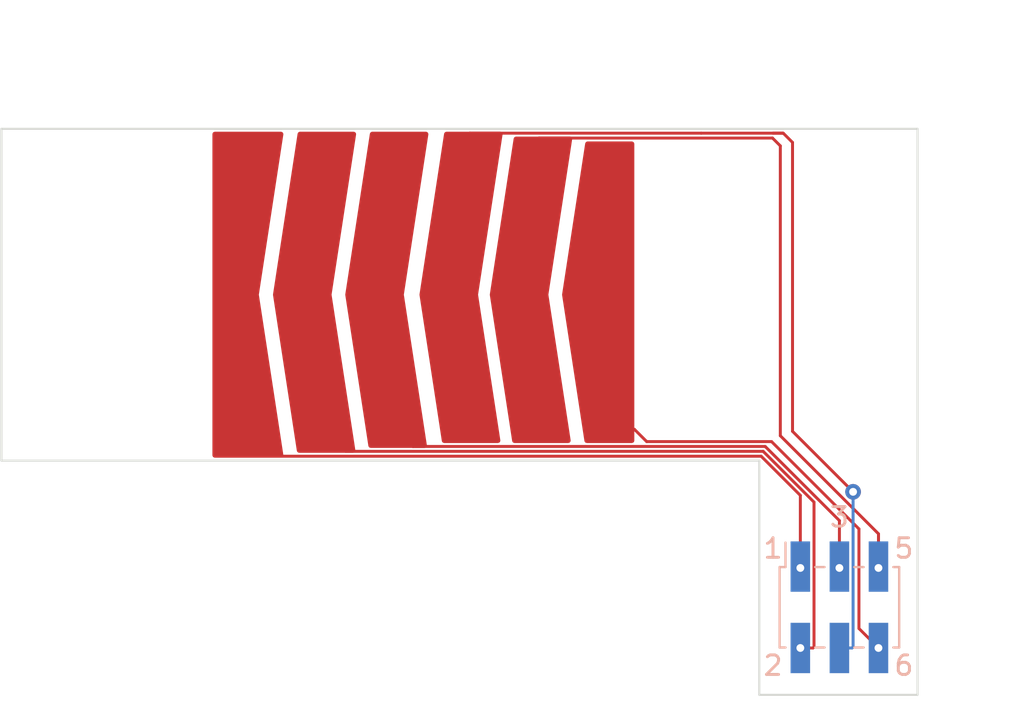
<source format=kicad_pcb>
(kicad_pcb (version 20171130) (host pcbnew "(5.1.5)-3")

  (general
    (thickness 0.28)
    (drawings 13)
    (tracks 56)
    (zones 0)
    (modules 7)
    (nets 7)
  )

  (page A4)
  (layers
    (0 F.Cu signal)
    (31 B.Cu signal)
    (32 B.Adhes user hide)
    (33 F.Adhes user hide)
    (34 B.Paste user hide)
    (35 F.Paste user hide)
    (36 B.SilkS user)
    (37 F.SilkS user)
    (38 B.Mask user hide)
    (39 F.Mask user hide)
    (40 Dwgs.User user)
    (41 Cmts.User user hide)
    (42 Eco1.User user hide)
    (43 Eco2.User user hide)
    (44 Edge.Cuts user)
    (45 Margin user hide)
    (46 B.CrtYd user hide)
    (47 F.CrtYd user hide)
    (48 B.Fab user hide)
    (49 F.Fab user hide)
  )

  (setup
    (last_trace_width 0.25)
    (trace_clearance 0.1)
    (zone_clearance 0.1)
    (zone_45_only no)
    (trace_min 0.2)
    (via_size 0.8)
    (via_drill 0.4)
    (via_min_size 0.4)
    (via_min_drill 0.3)
    (uvia_size 0.3)
    (uvia_drill 0.1)
    (uvias_allowed no)
    (uvia_min_size 0.2)
    (uvia_min_drill 0.1)
    (edge_width 0.1)
    (segment_width 0.2)
    (pcb_text_width 0.3)
    (pcb_text_size 1.5 1.5)
    (mod_edge_width 0.15)
    (mod_text_size 1 1)
    (mod_text_width 0.15)
    (pad_size 1.05 0.95)
    (pad_drill 0)
    (pad_to_mask_clearance 0)
    (aux_axis_origin 0 0)
    (visible_elements 7FFFFFFF)
    (pcbplotparams
      (layerselection 0x010fc_ffffffff)
      (usegerberextensions false)
      (usegerberattributes false)
      (usegerberadvancedattributes false)
      (creategerberjobfile false)
      (excludeedgelayer true)
      (linewidth 0.100000)
      (plotframeref false)
      (viasonmask false)
      (mode 1)
      (useauxorigin false)
      (hpglpennumber 1)
      (hpglpenspeed 20)
      (hpglpendiameter 15.000000)
      (psnegative false)
      (psa4output false)
      (plotreference true)
      (plotvalue true)
      (plotinvisibletext false)
      (padsonsilk false)
      (subtractmaskfromsilk false)
      (outputformat 1)
      (mirror false)
      (drillshape 0)
      (scaleselection 1)
      (outputdirectory "../ExportFiles/Flex_SpeedControl/"))
  )

  (net 0 "")
  (net 1 "Net-(J1-Pad1)")
  (net 2 "Net-(J1-Pad2)")
  (net 3 "Net-(J1-Pad3)")
  (net 4 "Net-(J1-Pad4)")
  (net 5 "Net-(J1-Pad5)")
  (net 6 "Net-(J1-Pad6)")

  (net_class Default "This is the default net class."
    (clearance 0.1)
    (trace_width 0.25)
    (via_dia 0.8)
    (via_drill 0.4)
    (uvia_dia 0.3)
    (uvia_drill 0.1)
    (add_net "Net-(J1-Pad1)")
    (add_net "Net-(J1-Pad2)")
    (add_net "Net-(J1-Pad3)")
    (add_net "Net-(J1-Pad4)")
    (add_net "Net-(J1-Pad5)")
    (add_net "Net-(J1-Pad6)")
  )

  (module SamacSys_Parts:TestPoint_Pad_D1.0mm_noSilks (layer F.Cu) (tedit 5E4959B7) (tstamp 5E4410E1)
    (at 92.5 119.4)
    (descr "SMD pad as test Point, diameter 1.0mm")
    (tags "test point SMD pad")
    (path /5E444E52)
    (attr virtual)
    (fp_text reference TP6 (at 0 -1.448) (layer F.SilkS) hide
      (effects (font (size 1 1) (thickness 0.15)))
    )
    (fp_text value TestPoint (at 0 1.55) (layer F.Fab)
      (effects (font (size 1 1) (thickness 0.15)))
    )
    (fp_circle (center 0 0) (end 1 0) (layer F.CrtYd) (width 0.05))
    (fp_text user %R (at 0 -1.45) (layer F.Fab)
      (effects (font (size 1 1) (thickness 0.15)))
    )
    (pad 1 smd circle (at 0 0) (size 1 1) (layers F.Cu F.Mask)
      (net 1 "Net-(J1-Pad1)"))
  )

  (module SamacSys_Parts:TestPoint_Pad_D1.0mm_noSilks (layer F.Cu) (tedit 5E4959B7) (tstamp 5E4410D9)
    (at 96.2 119.4)
    (descr "SMD pad as test Point, diameter 1.0mm")
    (tags "test point SMD pad")
    (path /5E4449A4)
    (attr virtual)
    (fp_text reference TP5 (at 0 -1.448) (layer F.SilkS) hide
      (effects (font (size 1 1) (thickness 0.15)))
    )
    (fp_text value TestPoint (at 0 1.55) (layer F.Fab)
      (effects (font (size 1 1) (thickness 0.15)))
    )
    (fp_circle (center 0 0) (end 1 0) (layer F.CrtYd) (width 0.05))
    (fp_text user %R (at 0 -1.45) (layer F.Fab)
      (effects (font (size 1 1) (thickness 0.15)))
    )
    (pad 1 smd circle (at 0 0) (size 1 1) (layers F.Cu F.Mask)
      (net 2 "Net-(J1-Pad2)"))
  )

  (module SamacSys_Parts:TestPoint_Pad_D1.0mm_noSilks (layer F.Cu) (tedit 5E4959B7) (tstamp 5E4410D1)
    (at 99.9 119.4)
    (descr "SMD pad as test Point, diameter 1.0mm")
    (tags "test point SMD pad")
    (path /5E444365)
    (attr virtual)
    (fp_text reference TP4 (at 0 -1.448) (layer F.SilkS) hide
      (effects (font (size 1 1) (thickness 0.15)))
    )
    (fp_text value TestPoint (at 0 1.55) (layer F.Fab)
      (effects (font (size 1 1) (thickness 0.15)))
    )
    (fp_circle (center 0 0) (end 1 0) (layer F.CrtYd) (width 0.05))
    (fp_text user %R (at 0 -1.45) (layer F.Fab)
      (effects (font (size 1 1) (thickness 0.15)))
    )
    (pad 1 smd circle (at 0 0) (size 1 1) (layers F.Cu F.Mask)
      (net 3 "Net-(J1-Pad3)"))
  )

  (module SamacSys_Parts:TestPoint_Pad_D1.0mm_noSilks (layer F.Cu) (tedit 5E4959B7) (tstamp 5E4410C9)
    (at 103.7 119.4)
    (descr "SMD pad as test Point, diameter 1.0mm")
    (tags "test point SMD pad")
    (path /5E4437C2)
    (attr virtual)
    (fp_text reference TP3 (at 0 -1.448) (layer F.SilkS) hide
      (effects (font (size 1 1) (thickness 0.15)))
    )
    (fp_text value TestPoint (at 0 1.55) (layer F.Fab)
      (effects (font (size 1 1) (thickness 0.15)))
    )
    (fp_circle (center 0 0) (end 1 0) (layer F.CrtYd) (width 0.05))
    (fp_text user %R (at 0 -1.45) (layer F.Fab)
      (effects (font (size 1 1) (thickness 0.15)))
    )
    (pad 1 smd circle (at 0 0) (size 1 1) (layers F.Cu F.Mask)
      (net 4 "Net-(J1-Pad4)"))
  )

  (module SamacSys_Parts:TestPoint_Pad_D1.0mm_noSilks (layer F.Cu) (tedit 5E4959B7) (tstamp 5E4410C1)
    (at 107.3 119.4)
    (descr "SMD pad as test Point, diameter 1.0mm")
    (tags "test point SMD pad")
    (path /5E44263A)
    (attr virtual)
    (fp_text reference TP2 (at 0 -1.448) (layer F.SilkS) hide
      (effects (font (size 1 1) (thickness 0.15)))
    )
    (fp_text value TestPoint (at 0 1.55) (layer F.Fab)
      (effects (font (size 1 1) (thickness 0.15)))
    )
    (fp_circle (center 0 0) (end 1 0) (layer F.CrtYd) (width 0.05))
    (fp_text user %R (at 0 -1.45) (layer F.Fab)
      (effects (font (size 1 1) (thickness 0.15)))
    )
    (pad 1 smd circle (at 0 0) (size 1 1) (layers F.Cu F.Mask)
      (net 5 "Net-(J1-Pad5)"))
  )

  (module SamacSys_Parts:TestPoint_Pad_D1.0mm_noSilks (layer F.Cu) (tedit 5E4959B7) (tstamp 5E4410B9)
    (at 110.7 119.4)
    (descr "SMD pad as test Point, diameter 1.0mm")
    (tags "test point SMD pad")
    (path /5E44174B)
    (attr virtual)
    (fp_text reference TP1 (at 0 -1.448) (layer F.SilkS) hide
      (effects (font (size 1 1) (thickness 0.15)))
    )
    (fp_text value TestPoint (at 0 1.55) (layer F.Fab)
      (effects (font (size 1 1) (thickness 0.15)))
    )
    (fp_circle (center 0 0) (end 1 0) (layer F.CrtYd) (width 0.05))
    (fp_text user %R (at 0 -1.45) (layer F.Fab)
      (effects (font (size 1 1) (thickness 0.15)))
    )
    (pad 1 smd circle (at 0 0) (size 1 1) (layers F.Cu F.Mask)
      (net 6 "Net-(J1-Pad6)"))
  )

  (module Connector_PinHeader_2.00mm:PinHeader_2x03_P2.00mm_Vertical_SMD (layer B.Cu) (tedit 5E44026B) (tstamp 5E4412E0)
    (at 121.9 128.515 270)
    (descr "surface-mounted straight pin header, 2x03, 2.00mm pitch, double rows")
    (tags "Surface mounted pin header SMD 2x03 2.00mm double row")
    (path /5E440AE6)
    (attr smd)
    (fp_text reference J1 (at -4.915 0) (layer B.SilkS) hide
      (effects (font (size 1 1) (thickness 0.15)) (justify mirror))
    )
    (fp_text value Conn_01x06 (at 0 -4.06 270) (layer B.Fab)
      (effects (font (size 1 1) (thickness 0.15)) (justify mirror))
    )
    (fp_line (start 2 -3) (end -2 -3) (layer B.Fab) (width 0.1))
    (fp_line (start -1.25 3) (end 2 3) (layer B.Fab) (width 0.1))
    (fp_line (start -2 -3) (end -2 2.25) (layer B.Fab) (width 0.1))
    (fp_line (start -2 2.25) (end -1.25 3) (layer B.Fab) (width 0.1))
    (fp_line (start 2 3) (end 2 -3) (layer B.Fab) (width 0.1))
    (fp_line (start -2 2.25) (end -2.875 2.25) (layer B.Fab) (width 0.1))
    (fp_line (start -2.875 2.25) (end -2.875 1.75) (layer B.Fab) (width 0.1))
    (fp_line (start -2.875 1.75) (end -2 1.75) (layer B.Fab) (width 0.1))
    (fp_line (start 2 2.25) (end 2.875 2.25) (layer B.Fab) (width 0.1))
    (fp_line (start 2.875 2.25) (end 2.875 1.75) (layer B.Fab) (width 0.1))
    (fp_line (start 2.875 1.75) (end 2 1.75) (layer B.Fab) (width 0.1))
    (fp_line (start -2 0.25) (end -2.875 0.25) (layer B.Fab) (width 0.1))
    (fp_line (start -2.875 0.25) (end -2.875 -0.25) (layer B.Fab) (width 0.1))
    (fp_line (start -2.875 -0.25) (end -2 -0.25) (layer B.Fab) (width 0.1))
    (fp_line (start 2 0.25) (end 2.875 0.25) (layer B.Fab) (width 0.1))
    (fp_line (start 2.875 0.25) (end 2.875 -0.25) (layer B.Fab) (width 0.1))
    (fp_line (start 2.875 -0.25) (end 2 -0.25) (layer B.Fab) (width 0.1))
    (fp_line (start -2 -1.75) (end -2.875 -1.75) (layer B.Fab) (width 0.1))
    (fp_line (start -2.875 -1.75) (end -2.875 -2.25) (layer B.Fab) (width 0.1))
    (fp_line (start -2.875 -2.25) (end -2 -2.25) (layer B.Fab) (width 0.1))
    (fp_line (start 2 -1.75) (end 2.875 -1.75) (layer B.Fab) (width 0.1))
    (fp_line (start 2.875 -1.75) (end 2.875 -2.25) (layer B.Fab) (width 0.1))
    (fp_line (start 2.875 -2.25) (end 2 -2.25) (layer B.Fab) (width 0.1))
    (fp_line (start -2.06 3.06) (end 2.06 3.06) (layer B.SilkS) (width 0.12))
    (fp_line (start -2.06 -3.06) (end 2.06 -3.06) (layer B.SilkS) (width 0.12))
    (fp_line (start -3.315 2.76) (end -2.06 2.76) (layer B.SilkS) (width 0.12))
    (fp_line (start -2.06 3.06) (end -2.06 2.76) (layer B.SilkS) (width 0.12))
    (fp_line (start 2.06 3.06) (end 2.06 2.76) (layer B.SilkS) (width 0.12))
    (fp_line (start -2.06 -2.76) (end -2.06 -3.06) (layer B.SilkS) (width 0.12))
    (fp_line (start 2.06 -2.76) (end 2.06 -3.06) (layer B.SilkS) (width 0.12))
    (fp_line (start -2.06 1.24) (end -2.06 0.76) (layer B.SilkS) (width 0.12))
    (fp_line (start 2.06 1.24) (end 2.06 0.76) (layer B.SilkS) (width 0.12))
    (fp_line (start -2.06 -0.76) (end -2.06 -1.24) (layer B.SilkS) (width 0.12))
    (fp_line (start 2.06 -0.76) (end 2.06 -1.24) (layer B.SilkS) (width 0.12))
    (fp_line (start -4.9 3.5) (end -4.9 -3.5) (layer B.CrtYd) (width 0.05))
    (fp_line (start -4.9 -3.5) (end 4.9 -3.5) (layer B.CrtYd) (width 0.05))
    (fp_line (start 4.9 -3.5) (end 4.9 3.5) (layer B.CrtYd) (width 0.05))
    (fp_line (start 4.9 3.5) (end -4.9 3.5) (layer B.CrtYd) (width 0.05))
    (fp_text user %R (at 0 0) (layer B.Fab)
      (effects (font (size 1 1) (thickness 0.15)) (justify mirror))
    )
    (pad 1 smd rect (at -2.085 2 270) (size 2.58 1) (layers B.Cu B.Paste B.Mask)
      (net 1 "Net-(J1-Pad1)"))
    (pad 2 smd rect (at 2.085 2 270) (size 2.58 1) (layers B.Cu B.Paste B.Mask)
      (net 2 "Net-(J1-Pad2)"))
    (pad 3 smd rect (at -2.085 0 270) (size 2.58 1) (layers B.Cu B.Paste B.Mask)
      (net 3 "Net-(J1-Pad3)"))
    (pad 4 smd rect (at 2.085 0 270) (size 2.58 1) (layers B.Cu B.Paste B.Mask)
      (net 4 "Net-(J1-Pad4)"))
    (pad 5 smd rect (at -2.085 -2 270) (size 2.58 1) (layers B.Cu B.Paste B.Mask)
      (net 5 "Net-(J1-Pad5)"))
    (pad 6 smd rect (at 2.085 -2 270) (size 2.58 1) (layers B.Cu B.Paste B.Mask)
      (net 6 "Net-(J1-Pad6)"))
  )

  (dimension 46.9 (width 0.15) (layer Dwgs.User)
    (gr_text "46.900 mm" (at 102.45 98.1) (layer Dwgs.User)
      (effects (font (size 1 1) (thickness 0.15)))
    )
    (feature1 (pts (xy 79 104) (xy 79 98.813579)))
    (feature2 (pts (xy 125.9 104) (xy 125.9 98.813579)))
    (crossbar (pts (xy 125.9 99.4) (xy 79 99.4)))
    (arrow1a (pts (xy 79 99.4) (xy 80.126504 98.813579)))
    (arrow1b (pts (xy 79 99.4) (xy 80.126504 99.986421)))
    (arrow2a (pts (xy 125.9 99.4) (xy 124.773496 98.813579)))
    (arrow2b (pts (xy 125.9 99.4) (xy 124.773496 99.986421)))
  )
  (dimension 29 (width 0.15) (layer Dwgs.User)
    (gr_text "29.000 mm" (at 130 118.5 270) (layer Dwgs.User)
      (effects (font (size 1 1) (thickness 0.15)))
    )
    (feature1 (pts (xy 125.9 133) (xy 129.286421 133)))
    (feature2 (pts (xy 125.9 104) (xy 129.286421 104)))
    (crossbar (pts (xy 128.7 104) (xy 128.7 133)))
    (arrow1a (pts (xy 128.7 133) (xy 128.113579 131.873496)))
    (arrow1b (pts (xy 128.7 133) (xy 129.286421 131.873496)))
    (arrow2a (pts (xy 128.7 104) (xy 128.113579 105.126504)))
    (arrow2b (pts (xy 128.7 104) (xy 129.286421 105.126504)))
  )
  (gr_text 6 (at 125.2 131.5) (layer B.SilkS)
    (effects (font (size 1 1) (thickness 0.15)))
  )
  (gr_text 5 (at 125.2 125.5) (layer B.SilkS)
    (effects (font (size 1 1) (thickness 0.15)))
  )
  (gr_text 3 (at 121.9 123.9) (layer B.SilkS)
    (effects (font (size 1 1) (thickness 0.15)))
  )
  (gr_text 2 (at 118.5 131.5) (layer B.SilkS)
    (effects (font (size 1 1) (thickness 0.15)))
  )
  (gr_text 1 (at 118.5 125.5) (layer B.SilkS)
    (effects (font (size 1 1) (thickness 0.15)))
  )
  (gr_line (start 79 121) (end 117.8 121) (layer Edge.Cuts) (width 0.1) (tstamp 5E4412D3))
  (gr_line (start 79 104) (end 79 121) (layer Edge.Cuts) (width 0.1) (tstamp 5E4412D2))
  (gr_line (start 125.9 133) (end 117.8 133) (layer Edge.Cuts) (width 0.1) (tstamp 5E4412D1))
  (gr_line (start 79 104) (end 125.9 104) (layer Edge.Cuts) (width 0.1) (tstamp 5E4412D0))
  (gr_line (start 125.9 104) (end 125.9 133) (layer Edge.Cuts) (width 0.1) (tstamp 5E4412CF))
  (gr_line (start 117.8 133) (end 117.8 121) (layer Edge.Cuts) (width 0.1) (tstamp 5E4412CE))

  (via (at 119.9 126.5) (size 0.8) (drill 0.4) (layers F.Cu B.Cu) (net 1))
  (segment (start 119.9 125.934315) (end 119.9 126.5) (width 0.15) (layer F.Cu) (net 1))
  (segment (start 92.5 119.4) (end 92.5 120.107106) (width 0.15) (layer F.Cu) (net 1))
  (segment (start 92.5 120.107106) (end 93.167884 120.77499) (width 0.15) (layer F.Cu) (net 1))
  (segment (start 117.893202 120.77499) (end 119.9 122.781788) (width 0.15) (layer F.Cu) (net 1))
  (segment (start 93.167884 120.77499) (end 117.893202 120.77499) (width 0.15) (layer F.Cu) (net 1))
  (segment (start 119.9 122.781788) (end 119.9 125.934315) (width 0.15) (layer F.Cu) (net 1))
  (via (at 119.9 130.6) (size 0.8) (drill 0.4) (layers F.Cu B.Cu) (net 2))
  (segment (start 120.55 130.6) (end 119.9 130.6) (width 0.15) (layer F.Cu) (net 2))
  (segment (start 120.6 130.55) (end 120.55 130.6) (width 0.15) (layer F.Cu) (net 2))
  (segment (start 96.2 119.4) (end 96.2 120.107106) (width 0.15) (layer F.Cu) (net 2))
  (segment (start 96.2 120.107106) (end 96.617874 120.52498) (width 0.15) (layer F.Cu) (net 2))
  (segment (start 96.617874 120.52498) (end 117.996759 120.52498) (width 0.15) (layer F.Cu) (net 2))
  (segment (start 117.996759 120.52498) (end 120.6 123.128221) (width 0.15) (layer F.Cu) (net 2))
  (segment (start 120.6 123.128221) (end 120.6 130.55) (width 0.15) (layer F.Cu) (net 2))
  (via (at 121.9 126.5) (size 0.8) (drill 0.4) (layers F.Cu B.Cu) (net 3))
  (segment (start 121.9 125.934315) (end 121.9 126.5) (width 0.15) (layer F.Cu) (net 3))
  (segment (start 99.9 119.4) (end 99.9 120.107106) (width 0.15) (layer F.Cu) (net 3))
  (segment (start 99.9 120.107106) (end 100.067864 120.27497) (width 0.15) (layer F.Cu) (net 3))
  (segment (start 100.067864 120.27497) (end 118.100316 120.27497) (width 0.15) (layer F.Cu) (net 3))
  (segment (start 118.100316 120.27497) (end 121.9 124.074654) (width 0.15) (layer F.Cu) (net 3))
  (segment (start 121.9 124.074654) (end 121.9 125.934315) (width 0.15) (layer F.Cu) (net 3))
  (via (at 122.6 122.6) (size 0.8) (drill 0.4) (layers F.Cu B.Cu) (net 4))
  (segment (start 122.6 123.4) (end 122.6 122.6) (width 0.15) (layer B.Cu) (net 4))
  (segment (start 122.6 130.55) (end 122.6 123.4) (width 0.15) (layer B.Cu) (net 4))
  (segment (start 121.9 130.6) (end 122.55 130.6) (width 0.15) (layer B.Cu) (net 4))
  (segment (start 122.55 130.6) (end 122.6 130.55) (width 0.15) (layer B.Cu) (net 4))
  (segment (start 103.7 118.692894) (end 103.7 119.4) (width 0.15) (layer F.Cu) (net 4))
  (segment (start 102.4 104.8) (end 102.4 117.392894) (width 0.15) (layer F.Cu) (net 4))
  (segment (start 102.4 117.392894) (end 103.7 118.692894) (width 0.15) (layer F.Cu) (net 4))
  (segment (start 102.97499 104.22501) (end 102.4 104.8) (width 0.15) (layer F.Cu) (net 4))
  (segment (start 114.82501 104.22501) (end 102.97499 104.22501) (width 0.15) (layer F.Cu) (net 4))
  (segment (start 114.82501 104.22501) (end 119 104.22501) (width 0.15) (layer F.Cu) (net 4))
  (segment (start 119.5 104.7) (end 119.02501 104.22501) (width 0.15) (layer F.Cu) (net 4))
  (segment (start 119.02501 104.22501) (end 118.5 104.22501) (width 0.15) (layer F.Cu) (net 4))
  (segment (start 122.6 122.6) (end 119.5 119.5) (width 0.15) (layer F.Cu) (net 4))
  (segment (start 119.5 119.5) (end 119.5 104.7) (width 0.15) (layer F.Cu) (net 4))
  (via (at 123.9 126.5) (size 0.8) (drill 0.4) (layers F.Cu B.Cu) (net 5))
  (segment (start 123.9 124.8) (end 123.9 126.5) (width 0.15) (layer F.Cu) (net 5))
  (segment (start 123.9 124.751002) (end 123.9 125.934315) (width 0.15) (layer F.Cu) (net 5))
  (segment (start 118.87502 119.726022) (end 123.9 124.751002) (width 0.15) (layer F.Cu) (net 5))
  (segment (start 118.87502 104.87502) (end 118.87502 119.726022) (width 0.15) (layer F.Cu) (net 5))
  (segment (start 118.47502 104.47502) (end 118.87502 104.87502) (width 0.15) (layer F.Cu) (net 5))
  (segment (start 107.3 118.692894) (end 106 117.392894) (width 0.15) (layer F.Cu) (net 5))
  (segment (start 107.3 119.4) (end 107.3 118.692894) (width 0.15) (layer F.Cu) (net 5))
  (segment (start 106 105) (end 106.52498 104.47502) (width 0.15) (layer F.Cu) (net 5))
  (segment (start 106 117.392894) (end 106 105) (width 0.15) (layer F.Cu) (net 5))
  (segment (start 123.9 125.934315) (end 123.9 126.5) (width 0.15) (layer F.Cu) (net 5))
  (segment (start 106.52498 104.47502) (end 118.47502 104.47502) (width 0.15) (layer F.Cu) (net 5))
  (via (at 123.9 130.6) (size 0.8) (drill 0.4) (layers F.Cu B.Cu) (net 6))
  (segment (start 111.407106 119.4) (end 112.032066 120.02496) (width 0.15) (layer F.Cu) (net 6))
  (segment (start 110.7 119.4) (end 111.407106 119.4) (width 0.15) (layer F.Cu) (net 6))
  (segment (start 122.9 129.6) (end 123.9 130.6) (width 0.15) (layer F.Cu) (net 6))
  (segment (start 112.032066 120.02496) (end 118.42496 120.02496) (width 0.15) (layer F.Cu) (net 6))
  (segment (start 122.9 124.5) (end 122.9 129.6) (width 0.15) (layer F.Cu) (net 6))
  (segment (start 118.42496 120.02496) (end 122.9 124.5) (width 0.15) (layer F.Cu) (net 6))

  (zone (net 5) (net_name "Net-(J1-Pad5)") (layer F.Cu) (tstamp 5E49B032) (hatch edge 0.508)
    (connect_pads yes (clearance 0.1))
    (min_thickness 0.254)
    (fill yes (arc_segments 32) (thermal_gap 0.508) (thermal_bridge_width 0.508))
    (polygon
      (pts
        (xy 107 112.5) (xy 108.3 121) (xy 105.3 121) (xy 104 112.5) (xy 105.3 104)
        (xy 108.3 104)
      )
    )
    (filled_polygon
      (pts
        (xy 106.87446 112.4808) (xy 106.873126 112.50566) (xy 106.87446 112.5192) (xy 108.014448 119.97297) (xy 105.271401 119.97297)
        (xy 104.128476 112.5) (xy 105.347875 104.52701) (xy 108.090922 104.52701)
      )
    )
  )
  (zone (net 1) (net_name "Net-(J1-Pad1)") (layer F.Cu) (tstamp 5E49B02F) (hatch edge 0.508)
    (connect_pads yes (clearance 0.1))
    (min_thickness 0.254)
    (fill yes (arc_segments 32) (thermal_gap 0.508) (thermal_bridge_width 0.508))
    (polygon
      (pts
        (xy 92.176614 112.5) (xy 93.476614 121) (xy 89.8 121) (xy 89.8 112.5) (xy 89.8 104)
        (xy 93.476614 104)
      )
    )
    (filled_polygon
      (pts
        (xy 92.051074 112.4808) (xy 92.04974 112.50566) (xy 92.051074 112.5192) (xy 93.305773 120.723) (xy 89.927 120.723)
        (xy 89.927 104.277) (xy 93.305773 104.277)
      )
    )
  )
  (zone (net 4) (net_name "Net-(J1-Pad4)") (layer F.Cu) (tstamp 5E49B02C) (hatch edge 0.508)
    (connect_pads yes (clearance 0.1))
    (min_thickness 0.254)
    (fill yes (arc_segments 32) (thermal_gap 0.508) (thermal_bridge_width 0.508))
    (polygon
      (pts
        (xy 103.4 112.5) (xy 104.7 121) (xy 101.7 121) (xy 100.4 112.5) (xy 101.7 104)
        (xy 104.7 104)
      )
    )
    (filled_polygon
      (pts
        (xy 103.27446 112.4808) (xy 103.273126 112.50566) (xy 103.27446 112.5192) (xy 104.414448 119.97297) (xy 101.671401 119.97297)
        (xy 100.528476 112.5) (xy 101.786112 104.277) (xy 104.529159 104.277)
      )
    )
  )
  (zone (net 6) (net_name "Net-(J1-Pad6)") (layer F.Cu) (tstamp 5E49B029) (hatch edge 0.508)
    (connect_pads yes (clearance 0.1))
    (min_thickness 0.254)
    (fill yes (arc_segments 32) (thermal_gap 0.508) (thermal_bridge_width 0.508))
    (polygon
      (pts
        (xy 111.399997 112.5) (xy 111.399997 121) (xy 108.999997 121) (xy 107.699997 112.5) (xy 108.999997 104)
        (xy 111.399997 104)
      )
    )
    (filled_polygon
      (pts
        (xy 111.272997 119.97297) (xy 108.971398 119.97297) (xy 107.828473 112.5) (xy 109.009635 104.77702) (xy 111.272997 104.77702)
      )
    )
  )
  (zone (net 3) (net_name "Net-(J1-Pad3)") (layer F.Cu) (tstamp 5E49B026) (hatch edge 0.508)
    (connect_pads yes (clearance 0.1))
    (min_thickness 0.254)
    (fill yes (arc_segments 32) (thermal_gap 0.508) (thermal_bridge_width 0.508))
    (polygon
      (pts
        (xy 99.6 112.5) (xy 100.9 121) (xy 97.9 121) (xy 96.6 112.5) (xy 97.9 104)
        (xy 100.9 104)
      )
    )
    (filled_polygon
      (pts
        (xy 99.47446 112.4808) (xy 99.473126 112.50566) (xy 99.47446 112.5192) (xy 100.652685 120.22298) (xy 97.909638 120.22298)
        (xy 96.728476 112.5) (xy 97.986112 104.277) (xy 100.729159 104.277)
      )
    )
  )
  (zone (net 2) (net_name "Net-(J1-Pad2)") (layer F.Cu) (tstamp 5E49B023) (hatch edge 0.508)
    (connect_pads yes (clearance 0.1))
    (min_thickness 0.254)
    (fill yes (arc_segments 32) (thermal_gap 0.508) (thermal_bridge_width 0.508))
    (polygon
      (pts
        (xy 95.9 112.5) (xy 97.2 121) (xy 94.2 121) (xy 92.9 112.5) (xy 94.2 104)
        (xy 97.2 104)
      )
    )
    (filled_polygon
      (pts
        (xy 95.77446 112.4808) (xy 95.773126 112.50566) (xy 95.77446 112.5192) (xy 96.990922 120.47299) (xy 94.247875 120.47299)
        (xy 93.028476 112.5) (xy 94.286112 104.277) (xy 97.029159 104.277)
      )
    )
  )
)

</source>
